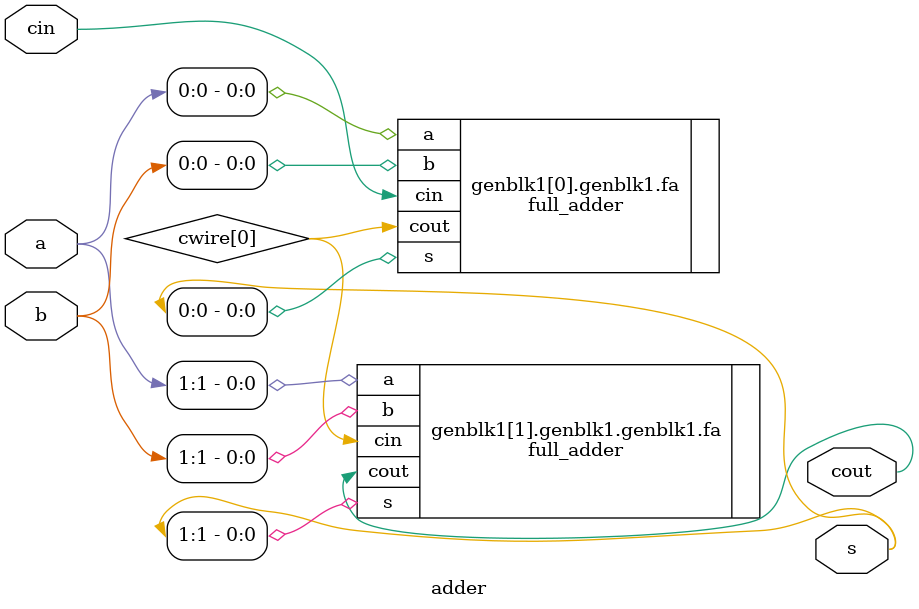
<source format=v>
`timescale 1ns / 1ps


module adder #(parameter N = 2) (
    input [N-1:0] a,
    input [N-1:0] b,
    input cin,
    output [N-1:0] s,
    output cout
    );
    
    wire cwire[N-2:0];
    
    genvar i;
    
    generate
    for (i = 0; i < N; i = i + 1) begin
        if (i == 0)
            full_adder fa(.a(a[i]), .b(b[i]), .cin(cin), .s(s[i]), .cout(cwire[i]));
        else if (i == N - 1)
            full_adder fa(.a(a[i]), .b(b[i]), .cin(cwire[i - 1]), .s(s[i]), .cout(cout));
        else
            full_adder fa(.a(a[i]), .b(b[i]), .cin(cwire[i - 1]), .s(s[i]), .cout(cwire[i]));
    end
    endgenerate
endmodule

</source>
